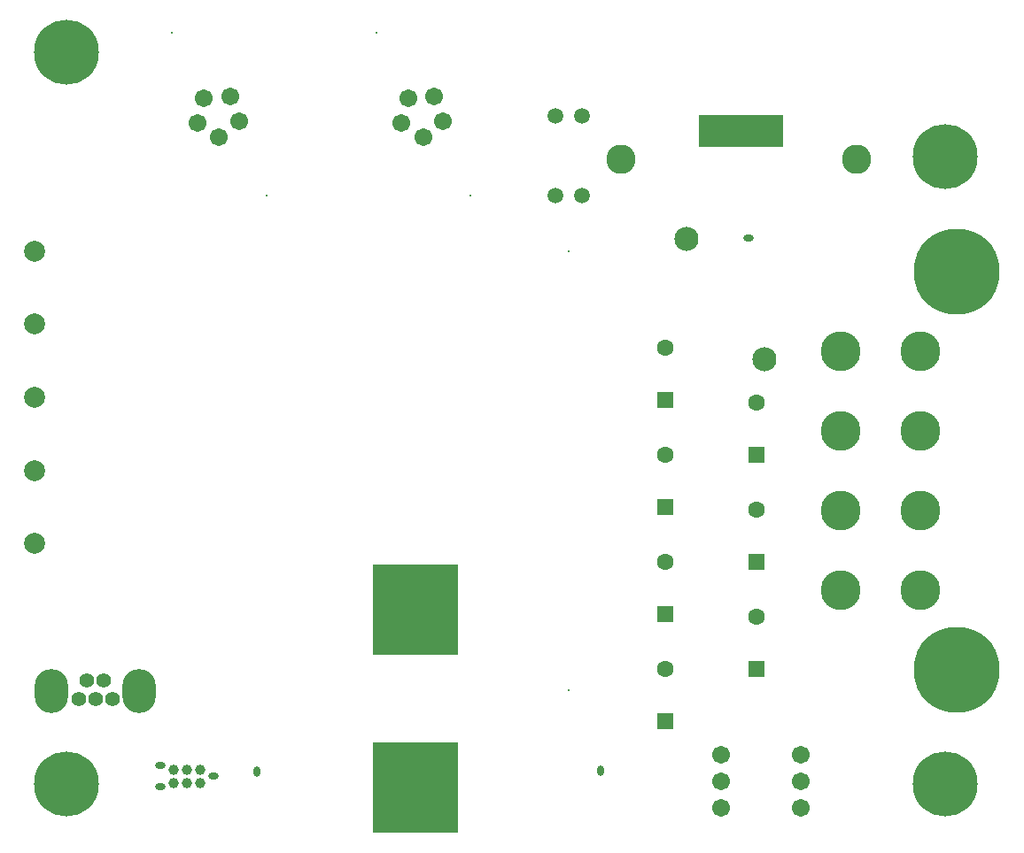
<source format=gbr>
%TF.GenerationSoftware,Altium Limited,Altium Designer,22.0.2 (36)*%
G04 Layer_Color=8388736*
%FSLAX45Y45*%
%MOMM*%
%TF.SameCoordinates,6C3A6253-EFF2-48E9-9C48-1F107FDFC152*%
%TF.FilePolarity,Negative*%
%TF.FileFunction,Soldermask,Top*%
%TF.Part,Single*%
G01*
G75*
%TA.AperFunction,ComponentPad*%
%ADD147C,2.00320*%
%ADD148C,1.60320*%
%ADD149R,1.60320X1.60320*%
%ADD150O,3.20320X4.20320*%
%ADD151C,1.40320*%
%ADD152O,1.00320X0.60320*%
%ADD154C,3.80320*%
%ADD155C,8.20320*%
%ADD156C,2.80320*%
%ADD157C,1.70320*%
%ADD159C,2.30320*%
%ADD160C,1.50320*%
%TA.AperFunction,ViaPad*%
%ADD161C,6.20320*%
%TA.AperFunction,WasherPad*%
%ADD162O,0.60320X1.00320*%
%ADD163O,1.00320X0.60320*%
%TA.AperFunction,SMDPad,CuDef*%
%ADD188R,8.20320X8.70320*%
%TA.AperFunction,BGAPad,CuDef*%
%ADD189C,1.00320*%
%TA.AperFunction,ComponentPad*%
%ADD190C,0.20320*%
G36*
X6550000Y6900000D02*
Y6600000D01*
X7350000D01*
Y6900000D01*
X6550000D01*
D02*
G37*
D147*
X200000Y5600000D02*
D03*
Y4900000D02*
D03*
Y3500000D02*
D03*
Y2800000D02*
D03*
Y4200000D02*
D03*
D148*
X6225000Y4675000D02*
D03*
X7100000Y3125000D02*
D03*
Y2100000D02*
D03*
X6225001Y3650000D02*
D03*
X7100001Y4150000D02*
D03*
X6225000Y1600000D02*
D03*
Y2625000D02*
D03*
D149*
Y4175000D02*
D03*
X7100000Y2625000D02*
D03*
Y1600000D02*
D03*
X6225001Y3150000D02*
D03*
X7100001Y3650000D02*
D03*
X6225000Y1100000D02*
D03*
Y2125000D02*
D03*
D150*
X360001Y1390000D02*
D03*
X1200001D02*
D03*
D151*
X860001Y1490000D02*
D03*
X780001Y1310000D02*
D03*
X700001Y1490000D02*
D03*
X620001Y1310000D02*
D03*
X940001D02*
D03*
D152*
X1396001Y678100D02*
D03*
Y474900D02*
D03*
X1904001Y576500D02*
D03*
D154*
X8662000Y3119000D02*
D03*
X7900000D02*
D03*
X8662000Y2357000D02*
D03*
X7900000D02*
D03*
Y3881000D02*
D03*
X8662000D02*
D03*
X7900000Y4643000D02*
D03*
X8662000D02*
D03*
D155*
X9014000Y1595000D02*
D03*
Y5405000D02*
D03*
D156*
X8050000Y6475000D02*
D03*
X5800000D02*
D03*
D157*
X1961987Y6689733D02*
D03*
X2153810Y6845389D02*
D03*
X1753440Y6823258D02*
D03*
X1818145Y7064740D02*
D03*
X2065515Y7076103D02*
D03*
X7522000Y270000D02*
D03*
X6760000Y778000D02*
D03*
X7522000D02*
D03*
X6760000Y270000D02*
D03*
Y524000D02*
D03*
X7522000D02*
D03*
X3911987Y6689733D02*
D03*
X4103810Y6845389D02*
D03*
X3703440Y6823258D02*
D03*
X3768145Y7064740D02*
D03*
X4015515Y7076103D02*
D03*
D159*
X6428805Y5718758D02*
D03*
X7170355Y4563162D02*
D03*
D160*
X5173000Y6891000D02*
D03*
X5427000D02*
D03*
Y6129000D02*
D03*
X5173000D02*
D03*
D161*
X500000Y500000D02*
D03*
Y7500000D02*
D03*
X8900000Y6500000D02*
D03*
Y500000D02*
D03*
D162*
X2320000Y620000D02*
D03*
X5610000Y630000D02*
D03*
D163*
X7025000Y5725000D02*
D03*
D188*
X3840001Y2170000D02*
D03*
Y470000D02*
D03*
D189*
X1523001Y513000D02*
D03*
Y640000D02*
D03*
X1650001Y513000D02*
D03*
Y640000D02*
D03*
X1777001Y513000D02*
D03*
Y640000D02*
D03*
D190*
X3462528Y7686009D02*
D03*
X5300000Y1400000D02*
D03*
Y5600000D02*
D03*
X4361967Y6128133D02*
D03*
X2411967D02*
D03*
X1512528Y7686009D02*
D03*
%TF.MD5,30e11873abb995b426a1be2d773dde2f*%
M02*

</source>
